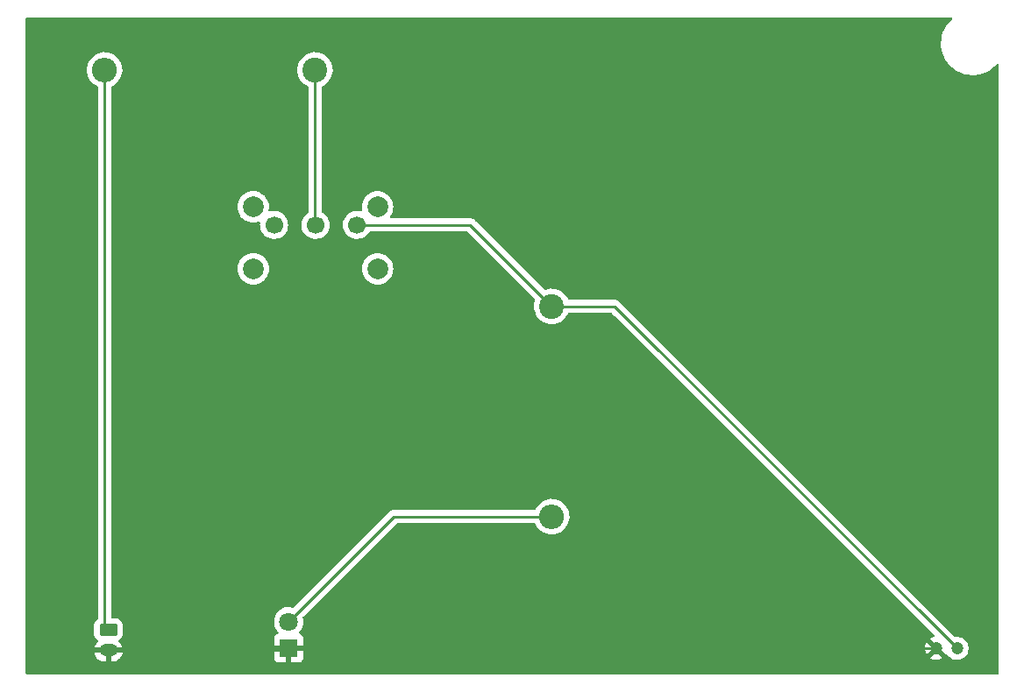
<source format=gbr>
%TF.GenerationSoftware,KiCad,Pcbnew,(6.0.11)*%
%TF.CreationDate,2023-02-16T14:22:11-08:00*%
%TF.ProjectId,Lab 4 Exercise 1,4c616220-3420-4457-9865-726369736520,rev?*%
%TF.SameCoordinates,Original*%
%TF.FileFunction,Copper,L1,Top*%
%TF.FilePolarity,Positive*%
%FSLAX46Y46*%
G04 Gerber Fmt 4.6, Leading zero omitted, Abs format (unit mm)*
G04 Created by KiCad (PCBNEW (6.0.11)) date 2023-02-16 14:22:11*
%MOMM*%
%LPD*%
G01*
G04 APERTURE LIST*
G04 Aperture macros list*
%AMRoundRect*
0 Rectangle with rounded corners*
0 $1 Rounding radius*
0 $2 $3 $4 $5 $6 $7 $8 $9 X,Y pos of 4 corners*
0 Add a 4 corners polygon primitive as box body*
4,1,4,$2,$3,$4,$5,$6,$7,$8,$9,$2,$3,0*
0 Add four circle primitives for the rounded corners*
1,1,$1+$1,$2,$3*
1,1,$1+$1,$4,$5*
1,1,$1+$1,$6,$7*
1,1,$1+$1,$8,$9*
0 Add four rect primitives between the rounded corners*
20,1,$1+$1,$2,$3,$4,$5,0*
20,1,$1+$1,$4,$5,$6,$7,0*
20,1,$1+$1,$6,$7,$8,$9,0*
20,1,$1+$1,$8,$9,$2,$3,0*%
G04 Aperture macros list end*
%TA.AperFunction,ComponentPad*%
%ADD10RoundRect,0.250000X-0.625000X0.350000X-0.625000X-0.350000X0.625000X-0.350000X0.625000X0.350000X0*%
%TD*%
%TA.AperFunction,ComponentPad*%
%ADD11O,1.750000X1.200000*%
%TD*%
%TA.AperFunction,ComponentPad*%
%ADD12R,1.800000X1.800000*%
%TD*%
%TA.AperFunction,ComponentPad*%
%ADD13C,1.800000*%
%TD*%
%TA.AperFunction,ComponentPad*%
%ADD14C,2.400000*%
%TD*%
%TA.AperFunction,ComponentPad*%
%ADD15O,2.400000X2.400000*%
%TD*%
%TA.AperFunction,ComponentPad*%
%ADD16C,1.200000*%
%TD*%
%TA.AperFunction,ComponentPad*%
%ADD17C,2.000000*%
%TD*%
%TA.AperFunction,ComponentPad*%
%ADD18C,1.700000*%
%TD*%
%TA.AperFunction,Conductor*%
%ADD19C,0.250000*%
%TD*%
G04 APERTURE END LIST*
D10*
%TO.P,V1,1,Pin_1*%
%TO.N,Net-(R2-Pad2)*%
X114660000Y-127765000D03*
D11*
%TO.P,V1,2,Pin_2*%
%TO.N,GND*%
X114660000Y-129765000D03*
%TD*%
D12*
%TO.P,D1,1,K*%
%TO.N,GND*%
X132080000Y-129540000D03*
D13*
%TO.P,D1,2,A*%
%TO.N,Net-(D1-Pad2)*%
X132080000Y-127000000D03*
%TD*%
D14*
%TO.P,R2,1*%
%TO.N,Net-(R2-Pad1)*%
X134620000Y-73660000D03*
D15*
%TO.P,R2,2*%
%TO.N,Net-(R2-Pad2)*%
X114300000Y-73660000D03*
%TD*%
D16*
%TO.P,C1,1*%
%TO.N,Net-(C1-Pad1)*%
X196620000Y-129580000D03*
%TO.P,C1,2*%
%TO.N,GND*%
X194620000Y-129580000D03*
%TD*%
D17*
%TO.P,SW1,*%
%TO.N,*%
X128662500Y-92897500D03*
X128662500Y-86897500D03*
X140662500Y-86897500D03*
X140662500Y-92897500D03*
D18*
%TO.P,SW1,1,A*%
%TO.N,unconnected-(SW1-Pad1)*%
X130662500Y-88647500D03*
%TO.P,SW1,2,B*%
%TO.N,Net-(R2-Pad1)*%
X134662500Y-88647500D03*
%TO.P,SW1,3,C*%
%TO.N,Net-(C1-Pad1)*%
X138662500Y-88647500D03*
%TD*%
D14*
%TO.P,R1,1*%
%TO.N,Net-(C1-Pad1)*%
X157480000Y-96520000D03*
D15*
%TO.P,R1,2*%
%TO.N,Net-(D1-Pad2)*%
X157480000Y-116840000D03*
%TD*%
D19*
%TO.N,Net-(C1-Pad1)*%
X163560000Y-96520000D02*
X196620000Y-129580000D01*
X149607500Y-88647500D02*
X157480000Y-96520000D01*
X138662500Y-88647500D02*
X149607500Y-88647500D01*
X157480000Y-96520000D02*
X163560000Y-96520000D01*
%TO.N,GND*%
X131855000Y-129765000D02*
X132080000Y-129540000D01*
X132080000Y-129540000D02*
X194580000Y-129540000D01*
X114660000Y-129765000D02*
X131855000Y-129765000D01*
X194580000Y-129540000D02*
X194620000Y-129580000D01*
%TO.N,Net-(D1-Pad2)*%
X142240000Y-116840000D02*
X132080000Y-127000000D01*
X157480000Y-116840000D02*
X142240000Y-116840000D01*
%TO.N,Net-(R2-Pad1)*%
X134662500Y-88857500D02*
X134662500Y-88647500D01*
X134620000Y-88900000D02*
X134662500Y-88857500D01*
X134620000Y-73660000D02*
X134620000Y-88900000D01*
%TO.N,Net-(R2-Pad2)*%
X114300000Y-127405000D02*
X114660000Y-127765000D01*
X114300000Y-73660000D02*
X114300000Y-127405000D01*
%TD*%
%TA.AperFunction,Conductor*%
%TO.N,GND*%
G36*
X196126129Y-68600002D02*
G01*
X196172622Y-68653658D01*
X196182726Y-68723932D01*
X196153232Y-68788512D01*
X196141006Y-68800801D01*
X195983716Y-68938498D01*
X195753860Y-69190223D01*
X195553495Y-69466001D01*
X195385121Y-69762394D01*
X195383734Y-69765629D01*
X195383732Y-69765634D01*
X195252219Y-70072477D01*
X195250834Y-70075709D01*
X195152309Y-70402040D01*
X195090773Y-70737320D01*
X195066995Y-71077369D01*
X195067890Y-71098727D01*
X195081269Y-71417950D01*
X195081804Y-71421408D01*
X195081805Y-71421415D01*
X195132881Y-71751344D01*
X195133419Y-71754817D01*
X195222794Y-72083772D01*
X195348280Y-72400714D01*
X195508314Y-72701693D01*
X195510299Y-72704592D01*
X195698909Y-72980051D01*
X195698914Y-72980057D01*
X195700900Y-72982958D01*
X195923638Y-73241002D01*
X196173751Y-73472610D01*
X196448124Y-73674895D01*
X196451161Y-73676649D01*
X196451165Y-73676651D01*
X196583056Y-73752798D01*
X196743334Y-73845335D01*
X196786345Y-73864126D01*
X197052482Y-73980399D01*
X197052492Y-73980403D01*
X197055704Y-73981806D01*
X197059061Y-73982845D01*
X197059066Y-73982847D01*
X197377979Y-74081567D01*
X197381339Y-74082607D01*
X197384795Y-74083266D01*
X197384794Y-74083266D01*
X197712730Y-74145823D01*
X197712735Y-74145824D01*
X197716181Y-74146481D01*
X197940197Y-74163718D01*
X198052559Y-74172364D01*
X198052560Y-74172364D01*
X198056056Y-74172633D01*
X198268407Y-74165218D01*
X198393214Y-74160860D01*
X198393219Y-74160860D01*
X198396729Y-74160737D01*
X198565340Y-74135839D01*
X198730473Y-74111454D01*
X198730478Y-74111453D01*
X198733952Y-74110940D01*
X198737344Y-74110044D01*
X198737348Y-74110043D01*
X199060132Y-74024760D01*
X199060133Y-74024760D01*
X199063523Y-74023864D01*
X199381333Y-73900593D01*
X199683422Y-73742665D01*
X199966024Y-73552047D01*
X200225617Y-73331116D01*
X200442150Y-73100532D01*
X200503363Y-73064567D01*
X200574303Y-73067405D01*
X200632447Y-73108145D01*
X200659335Y-73173853D01*
X200660000Y-73186785D01*
X200660000Y-131954000D01*
X200639998Y-132022121D01*
X200586342Y-132068614D01*
X200534000Y-132080000D01*
X106806000Y-132080000D01*
X106737879Y-132059998D01*
X106691386Y-132006342D01*
X106680000Y-131954000D01*
X106680000Y-130032399D01*
X113309712Y-130032399D01*
X113331194Y-130121537D01*
X113335083Y-130132832D01*
X113417629Y-130314382D01*
X113423576Y-130324724D01*
X113538968Y-130487397D01*
X113546761Y-130496425D01*
X113690831Y-130634342D01*
X113700196Y-130641738D01*
X113867741Y-130749921D01*
X113878345Y-130755417D01*
X114063312Y-130829961D01*
X114074770Y-130833355D01*
X114271928Y-130871857D01*
X114280791Y-130872934D01*
X114283500Y-130873000D01*
X114387885Y-130873000D01*
X114403124Y-130868525D01*
X114404329Y-130867135D01*
X114406000Y-130859452D01*
X114406000Y-130854885D01*
X114914000Y-130854885D01*
X114918475Y-130870124D01*
X114919865Y-130871329D01*
X114927548Y-130873000D01*
X114984832Y-130873000D01*
X114990808Y-130872715D01*
X115139494Y-130858529D01*
X115151228Y-130856270D01*
X115342599Y-130800128D01*
X115353675Y-130795698D01*
X115530978Y-130704381D01*
X115541024Y-130697931D01*
X115697857Y-130574738D01*
X115706506Y-130566501D01*
X115777517Y-130484669D01*
X130672001Y-130484669D01*
X130672371Y-130491490D01*
X130677895Y-130542352D01*
X130681521Y-130557604D01*
X130726676Y-130678054D01*
X130735214Y-130693649D01*
X130811715Y-130795724D01*
X130824276Y-130808285D01*
X130926351Y-130884786D01*
X130941946Y-130893324D01*
X131062394Y-130938478D01*
X131077649Y-130942105D01*
X131128514Y-130947631D01*
X131135328Y-130948000D01*
X131807885Y-130948000D01*
X131823124Y-130943525D01*
X131824329Y-130942135D01*
X131826000Y-130934452D01*
X131826000Y-130929884D01*
X132334000Y-130929884D01*
X132338475Y-130945123D01*
X132339865Y-130946328D01*
X132347548Y-130947999D01*
X133024669Y-130947999D01*
X133031490Y-130947629D01*
X133082352Y-130942105D01*
X133097604Y-130938479D01*
X133218054Y-130893324D01*
X133233649Y-130884786D01*
X133335724Y-130808285D01*
X133348285Y-130795724D01*
X133424786Y-130693649D01*
X133433324Y-130678054D01*
X133478478Y-130557606D01*
X133482105Y-130542351D01*
X133484393Y-130521294D01*
X194043066Y-130521294D01*
X194052948Y-130533783D01*
X194084239Y-130554691D01*
X194094349Y-130560181D01*
X194270835Y-130636005D01*
X194281778Y-130639560D01*
X194469120Y-130681952D01*
X194480530Y-130683454D01*
X194672469Y-130690995D01*
X194683951Y-130690393D01*
X194874045Y-130662832D01*
X194885240Y-130660144D01*
X195067131Y-130598400D01*
X195077628Y-130593726D01*
X195188032Y-130531898D01*
X195197895Y-130521821D01*
X195194940Y-130514151D01*
X194632811Y-129952021D01*
X194618868Y-129944408D01*
X194617034Y-129944539D01*
X194610420Y-129948790D01*
X194049259Y-130509952D01*
X194043066Y-130521294D01*
X133484393Y-130521294D01*
X133487631Y-130491486D01*
X133488000Y-130484672D01*
X133488000Y-129812115D01*
X133483525Y-129796876D01*
X133482135Y-129795671D01*
X133474452Y-129794000D01*
X132352115Y-129794000D01*
X132336876Y-129798475D01*
X132335671Y-129799865D01*
X132334000Y-129807548D01*
X132334000Y-130929884D01*
X131826000Y-130929884D01*
X131826000Y-129812115D01*
X131821525Y-129796876D01*
X131820135Y-129795671D01*
X131812452Y-129794000D01*
X130690116Y-129794000D01*
X130674877Y-129798475D01*
X130673672Y-129799865D01*
X130672001Y-129807548D01*
X130672001Y-130484669D01*
X115777517Y-130484669D01*
X115837212Y-130415877D01*
X115844147Y-130406153D01*
X115944010Y-130233533D01*
X115948984Y-130222669D01*
X116014407Y-130034273D01*
X116014648Y-130033284D01*
X116013180Y-130022992D01*
X115999615Y-130019000D01*
X114932115Y-130019000D01*
X114916876Y-130023475D01*
X114915671Y-130024865D01*
X114914000Y-130032548D01*
X114914000Y-130854885D01*
X114406000Y-130854885D01*
X114406000Y-130037115D01*
X114401525Y-130021876D01*
X114400135Y-130020671D01*
X114392452Y-130019000D01*
X113324598Y-130019000D01*
X113311067Y-130022973D01*
X113309712Y-130032399D01*
X106680000Y-130032399D01*
X106680000Y-129556638D01*
X193508012Y-129556638D01*
X193520575Y-129748304D01*
X193522376Y-129759674D01*
X193569657Y-129945843D01*
X193573498Y-129956690D01*
X193653916Y-130131130D01*
X193659664Y-130141086D01*
X193665788Y-130149751D01*
X193676377Y-130158140D01*
X193689676Y-130151113D01*
X194247979Y-129592811D01*
X194255592Y-129578868D01*
X194255461Y-129577034D01*
X194251210Y-129570420D01*
X193688538Y-129007749D01*
X193676163Y-129000992D01*
X193670197Y-129005458D01*
X193594645Y-129149058D01*
X193590242Y-129159691D01*
X193533281Y-129343132D01*
X193530891Y-129354376D01*
X193508313Y-129545137D01*
X193508012Y-129556638D01*
X106680000Y-129556638D01*
X106680000Y-73615151D01*
X112587296Y-73615151D01*
X112599480Y-73868798D01*
X112621679Y-73980399D01*
X112647467Y-74110043D01*
X112649021Y-74117857D01*
X112650600Y-74122255D01*
X112650602Y-74122262D01*
X112695022Y-74245980D01*
X112734831Y-74356858D01*
X112855025Y-74580551D01*
X112857820Y-74584294D01*
X112857822Y-74584297D01*
X113004171Y-74780282D01*
X113004176Y-74780288D01*
X113006963Y-74784020D01*
X113010272Y-74787300D01*
X113010277Y-74787306D01*
X113108859Y-74885031D01*
X113187307Y-74962797D01*
X113191069Y-74965555D01*
X113191072Y-74965558D01*
X113296764Y-75043054D01*
X113392094Y-75112953D01*
X113396231Y-75115129D01*
X113396238Y-75115134D01*
X113599167Y-75221900D01*
X113650140Y-75271319D01*
X113666500Y-75333408D01*
X113666500Y-126680819D01*
X113646498Y-126748940D01*
X113606804Y-126787962D01*
X113560652Y-126816522D01*
X113435695Y-126941697D01*
X113431855Y-126947927D01*
X113431854Y-126947928D01*
X113357199Y-127069041D01*
X113342885Y-127092262D01*
X113287203Y-127260139D01*
X113276500Y-127364600D01*
X113276500Y-128165400D01*
X113276837Y-128168646D01*
X113276837Y-128168650D01*
X113281542Y-128213991D01*
X113287474Y-128271166D01*
X113343450Y-128438946D01*
X113436522Y-128589348D01*
X113561697Y-128714305D01*
X113567929Y-128718147D01*
X113567931Y-128718148D01*
X113613690Y-128746355D01*
X113661183Y-128799127D01*
X113672605Y-128869199D01*
X113644331Y-128934323D01*
X113625403Y-128952702D01*
X113622144Y-128955262D01*
X113613494Y-128963499D01*
X113482788Y-129114123D01*
X113475853Y-129123847D01*
X113375990Y-129296467D01*
X113371016Y-129307331D01*
X113305593Y-129495727D01*
X113305352Y-129496716D01*
X113306820Y-129507008D01*
X113320385Y-129511000D01*
X115995402Y-129511000D01*
X116008933Y-129507027D01*
X116010288Y-129497601D01*
X115988806Y-129408463D01*
X115984917Y-129397168D01*
X115902371Y-129215618D01*
X115896424Y-129205276D01*
X115781032Y-129042603D01*
X115773239Y-129033575D01*
X115682243Y-128946465D01*
X115646867Y-128884910D01*
X115650386Y-128814000D01*
X115691683Y-128756250D01*
X115703053Y-128748315D01*
X115759348Y-128713478D01*
X115884305Y-128588303D01*
X115888146Y-128582072D01*
X115973275Y-128443968D01*
X115973276Y-128443966D01*
X115977115Y-128437738D01*
X116032797Y-128269861D01*
X116043500Y-128165400D01*
X116043500Y-127364600D01*
X116037173Y-127303617D01*
X116033238Y-127265692D01*
X116033237Y-127265688D01*
X116032526Y-127258834D01*
X116011796Y-127196697D01*
X115978868Y-127098002D01*
X115976550Y-127091054D01*
X115898835Y-126965469D01*
X130667095Y-126965469D01*
X130667392Y-126970622D01*
X130667392Y-126970625D01*
X130674806Y-127099209D01*
X130680427Y-127196697D01*
X130681564Y-127201743D01*
X130681565Y-127201749D01*
X130713741Y-127344523D01*
X130731346Y-127422642D01*
X130733288Y-127427424D01*
X130733289Y-127427428D01*
X130816540Y-127632450D01*
X130818484Y-127637237D01*
X130939501Y-127834719D01*
X130942882Y-127838622D01*
X131051653Y-127964191D01*
X131081135Y-128028776D01*
X131071020Y-128099049D01*
X131024519Y-128152697D01*
X131000646Y-128164670D01*
X130941944Y-128186677D01*
X130926351Y-128195214D01*
X130824276Y-128271715D01*
X130811715Y-128284276D01*
X130735214Y-128386351D01*
X130726676Y-128401946D01*
X130681522Y-128522394D01*
X130677895Y-128537649D01*
X130672369Y-128588514D01*
X130672000Y-128595328D01*
X130672000Y-129267885D01*
X130676475Y-129283124D01*
X130677865Y-129284329D01*
X130685548Y-129286000D01*
X133469884Y-129286000D01*
X133485123Y-129281525D01*
X133486328Y-129280135D01*
X133487999Y-129272452D01*
X133487999Y-128595331D01*
X133487629Y-128588510D01*
X133482105Y-128537648D01*
X133478479Y-128522396D01*
X133433324Y-128401946D01*
X133424786Y-128386351D01*
X133348285Y-128284276D01*
X133335724Y-128271715D01*
X133233649Y-128195214D01*
X133218052Y-128186675D01*
X133159415Y-128164693D01*
X133102650Y-128122052D01*
X133077950Y-128055490D01*
X133093157Y-127986141D01*
X133114703Y-127957461D01*
X133152641Y-127919654D01*
X133156303Y-127916005D01*
X133291458Y-127727917D01*
X133338641Y-127632450D01*
X133391784Y-127524922D01*
X133391785Y-127524920D01*
X133394078Y-127520280D01*
X133461408Y-127298671D01*
X133491640Y-127069041D01*
X133493327Y-127000000D01*
X133474349Y-126769167D01*
X133438026Y-126624560D01*
X133440830Y-126553618D01*
X133471135Y-126504769D01*
X142465500Y-117510405D01*
X142527812Y-117476379D01*
X142554595Y-117473500D01*
X155805453Y-117473500D01*
X155873574Y-117493502D01*
X155916445Y-117539862D01*
X156035025Y-117760551D01*
X156037820Y-117764294D01*
X156037822Y-117764297D01*
X156184171Y-117960282D01*
X156184176Y-117960288D01*
X156186963Y-117964020D01*
X156190272Y-117967300D01*
X156190277Y-117967306D01*
X156288859Y-118065031D01*
X156367307Y-118142797D01*
X156371069Y-118145555D01*
X156371072Y-118145558D01*
X156476764Y-118223054D01*
X156572094Y-118292953D01*
X156576229Y-118295129D01*
X156576233Y-118295131D01*
X156694289Y-118357243D01*
X156796827Y-118411191D01*
X157036568Y-118494912D01*
X157286050Y-118542278D01*
X157406532Y-118547011D01*
X157535125Y-118552064D01*
X157535130Y-118552064D01*
X157539793Y-118552247D01*
X157638774Y-118541407D01*
X157787569Y-118525112D01*
X157787575Y-118525111D01*
X157792222Y-118524602D01*
X157901680Y-118495784D01*
X158033273Y-118461138D01*
X158037793Y-118459948D01*
X158156353Y-118409011D01*
X158266807Y-118361557D01*
X158266810Y-118361555D01*
X158271110Y-118359708D01*
X158275090Y-118357245D01*
X158275094Y-118357243D01*
X158483064Y-118228547D01*
X158483066Y-118228545D01*
X158487047Y-118226082D01*
X158585428Y-118142797D01*
X158677289Y-118065031D01*
X158677291Y-118065029D01*
X158680862Y-118062006D01*
X158848295Y-117871084D01*
X158985669Y-117657512D01*
X159089967Y-117425980D01*
X159158896Y-117181575D01*
X159190943Y-116929667D01*
X159193291Y-116840000D01*
X159174472Y-116586759D01*
X159118428Y-116339082D01*
X159116735Y-116334728D01*
X159028084Y-116106762D01*
X159028083Y-116106760D01*
X159026391Y-116102409D01*
X159005866Y-116066498D01*
X158902702Y-115885997D01*
X158902700Y-115885995D01*
X158900383Y-115881940D01*
X158743171Y-115682517D01*
X158558209Y-115508523D01*
X158514483Y-115478189D01*
X158353393Y-115366437D01*
X158353390Y-115366435D01*
X158349561Y-115363779D01*
X158345384Y-115361719D01*
X158345377Y-115361715D01*
X158125996Y-115253528D01*
X158125992Y-115253527D01*
X158121810Y-115251464D01*
X157879960Y-115174047D01*
X157875355Y-115173297D01*
X157633935Y-115133980D01*
X157633934Y-115133980D01*
X157629323Y-115133229D01*
X157502364Y-115131567D01*
X157380083Y-115129966D01*
X157380080Y-115129966D01*
X157375406Y-115129905D01*
X157123787Y-115164149D01*
X156879993Y-115235208D01*
X156649380Y-115341522D01*
X156645471Y-115344085D01*
X156440928Y-115478189D01*
X156440923Y-115478193D01*
X156437015Y-115480755D01*
X156247562Y-115649848D01*
X156085183Y-115845087D01*
X155953447Y-116062182D01*
X155951638Y-116066496D01*
X155951637Y-116066498D01*
X155925333Y-116129226D01*
X155880544Y-116184312D01*
X155809136Y-116206500D01*
X142318767Y-116206500D01*
X142307584Y-116205973D01*
X142300091Y-116204298D01*
X142292165Y-116204547D01*
X142292164Y-116204547D01*
X142232001Y-116206438D01*
X142228043Y-116206500D01*
X142200144Y-116206500D01*
X142196154Y-116207004D01*
X142184320Y-116207936D01*
X142140111Y-116209326D01*
X142132497Y-116211538D01*
X142132492Y-116211539D01*
X142120659Y-116214977D01*
X142101296Y-116218988D01*
X142081203Y-116221526D01*
X142073836Y-116224443D01*
X142073831Y-116224444D01*
X142040092Y-116237802D01*
X142028865Y-116241646D01*
X141986407Y-116253982D01*
X141979581Y-116258019D01*
X141968972Y-116264293D01*
X141951224Y-116272988D01*
X141932383Y-116280448D01*
X141925967Y-116285110D01*
X141925966Y-116285110D01*
X141896613Y-116306436D01*
X141886693Y-116312952D01*
X141855465Y-116331420D01*
X141855462Y-116331422D01*
X141848638Y-116335458D01*
X141834317Y-116349779D01*
X141819284Y-116362619D01*
X141802893Y-116374528D01*
X141797842Y-116380634D01*
X141774702Y-116408605D01*
X141766712Y-116417384D01*
X132578112Y-125605983D01*
X132515800Y-125640009D01*
X132451087Y-125635924D01*
X132450906Y-125636610D01*
X132447437Y-125635694D01*
X132446967Y-125635664D01*
X132445914Y-125635291D01*
X132445900Y-125635287D01*
X132441028Y-125633562D01*
X132435935Y-125632655D01*
X132435932Y-125632654D01*
X132218095Y-125593851D01*
X132218089Y-125593850D01*
X132213006Y-125592945D01*
X132140096Y-125592054D01*
X131986581Y-125590179D01*
X131986579Y-125590179D01*
X131981411Y-125590116D01*
X131752464Y-125625150D01*
X131532314Y-125697106D01*
X131527726Y-125699494D01*
X131527722Y-125699496D01*
X131331461Y-125801663D01*
X131326872Y-125804052D01*
X131322739Y-125807155D01*
X131322736Y-125807157D01*
X131145790Y-125940012D01*
X131141655Y-125943117D01*
X130981639Y-126110564D01*
X130851119Y-126301899D01*
X130753602Y-126511981D01*
X130691707Y-126735169D01*
X130667095Y-126965469D01*
X115898835Y-126965469D01*
X115883478Y-126940652D01*
X115758303Y-126815695D01*
X115635992Y-126740301D01*
X115613968Y-126726725D01*
X115613966Y-126726724D01*
X115607738Y-126722885D01*
X115527995Y-126696436D01*
X115446389Y-126669368D01*
X115446387Y-126669368D01*
X115439861Y-126667203D01*
X115433025Y-126666503D01*
X115433022Y-126666502D01*
X115389969Y-126662091D01*
X115335400Y-126656500D01*
X115059500Y-126656500D01*
X114991379Y-126636498D01*
X114944886Y-126582842D01*
X114933500Y-126530500D01*
X114933500Y-92897500D01*
X127149335Y-92897500D01*
X127167965Y-93134211D01*
X127223395Y-93365094D01*
X127314260Y-93584463D01*
X127316846Y-93588683D01*
X127435741Y-93782702D01*
X127435745Y-93782708D01*
X127438324Y-93786916D01*
X127592531Y-93967469D01*
X127773084Y-94121676D01*
X127777292Y-94124255D01*
X127777298Y-94124259D01*
X127971317Y-94243154D01*
X127975537Y-94245740D01*
X127980107Y-94247633D01*
X127980111Y-94247635D01*
X128190333Y-94334711D01*
X128194906Y-94336605D01*
X128275109Y-94355860D01*
X128420976Y-94390880D01*
X128420982Y-94390881D01*
X128425789Y-94392035D01*
X128662500Y-94410665D01*
X128899211Y-94392035D01*
X128904018Y-94390881D01*
X128904024Y-94390880D01*
X129049891Y-94355860D01*
X129130094Y-94336605D01*
X129134667Y-94334711D01*
X129344889Y-94247635D01*
X129344893Y-94247633D01*
X129349463Y-94245740D01*
X129353683Y-94243154D01*
X129547702Y-94124259D01*
X129547708Y-94124255D01*
X129551916Y-94121676D01*
X129732469Y-93967469D01*
X129886676Y-93786916D01*
X129889255Y-93782708D01*
X129889259Y-93782702D01*
X130008154Y-93588683D01*
X130010740Y-93584463D01*
X130101605Y-93365094D01*
X130157035Y-93134211D01*
X130175665Y-92897500D01*
X139149335Y-92897500D01*
X139167965Y-93134211D01*
X139223395Y-93365094D01*
X139314260Y-93584463D01*
X139316846Y-93588683D01*
X139435741Y-93782702D01*
X139435745Y-93782708D01*
X139438324Y-93786916D01*
X139592531Y-93967469D01*
X139773084Y-94121676D01*
X139777292Y-94124255D01*
X139777298Y-94124259D01*
X139971317Y-94243154D01*
X139975537Y-94245740D01*
X139980107Y-94247633D01*
X139980111Y-94247635D01*
X140190333Y-94334711D01*
X140194906Y-94336605D01*
X140275109Y-94355860D01*
X140420976Y-94390880D01*
X140420982Y-94390881D01*
X140425789Y-94392035D01*
X140662500Y-94410665D01*
X140899211Y-94392035D01*
X140904018Y-94390881D01*
X140904024Y-94390880D01*
X141049891Y-94355860D01*
X141130094Y-94336605D01*
X141134667Y-94334711D01*
X141344889Y-94247635D01*
X141344893Y-94247633D01*
X141349463Y-94245740D01*
X141353683Y-94243154D01*
X141547702Y-94124259D01*
X141547708Y-94124255D01*
X141551916Y-94121676D01*
X141732469Y-93967469D01*
X141886676Y-93786916D01*
X141889255Y-93782708D01*
X141889259Y-93782702D01*
X142008154Y-93588683D01*
X142010740Y-93584463D01*
X142101605Y-93365094D01*
X142157035Y-93134211D01*
X142175665Y-92897500D01*
X142157035Y-92660789D01*
X142101605Y-92429906D01*
X142010740Y-92210537D01*
X142008154Y-92206317D01*
X141889259Y-92012298D01*
X141889255Y-92012292D01*
X141886676Y-92008084D01*
X141732469Y-91827531D01*
X141551916Y-91673324D01*
X141547708Y-91670745D01*
X141547702Y-91670741D01*
X141353683Y-91551846D01*
X141349463Y-91549260D01*
X141344893Y-91547367D01*
X141344889Y-91547365D01*
X141134667Y-91460289D01*
X141134665Y-91460288D01*
X141130094Y-91458395D01*
X141049891Y-91439140D01*
X140904024Y-91404120D01*
X140904018Y-91404119D01*
X140899211Y-91402965D01*
X140662500Y-91384335D01*
X140425789Y-91402965D01*
X140420982Y-91404119D01*
X140420976Y-91404120D01*
X140275109Y-91439140D01*
X140194906Y-91458395D01*
X140190335Y-91460288D01*
X140190333Y-91460289D01*
X139980111Y-91547365D01*
X139980107Y-91547367D01*
X139975537Y-91549260D01*
X139971317Y-91551846D01*
X139777298Y-91670741D01*
X139777292Y-91670745D01*
X139773084Y-91673324D01*
X139592531Y-91827531D01*
X139438324Y-92008084D01*
X139435745Y-92012292D01*
X139435741Y-92012298D01*
X139316846Y-92206317D01*
X139314260Y-92210537D01*
X139223395Y-92429906D01*
X139167965Y-92660789D01*
X139149335Y-92897500D01*
X130175665Y-92897500D01*
X130157035Y-92660789D01*
X130101605Y-92429906D01*
X130010740Y-92210537D01*
X130008154Y-92206317D01*
X129889259Y-92012298D01*
X129889255Y-92012292D01*
X129886676Y-92008084D01*
X129732469Y-91827531D01*
X129551916Y-91673324D01*
X129547708Y-91670745D01*
X129547702Y-91670741D01*
X129353683Y-91551846D01*
X129349463Y-91549260D01*
X129344893Y-91547367D01*
X129344889Y-91547365D01*
X129134667Y-91460289D01*
X129134665Y-91460288D01*
X129130094Y-91458395D01*
X129049891Y-91439140D01*
X128904024Y-91404120D01*
X128904018Y-91404119D01*
X128899211Y-91402965D01*
X128662500Y-91384335D01*
X128425789Y-91402965D01*
X128420982Y-91404119D01*
X128420976Y-91404120D01*
X128275109Y-91439140D01*
X128194906Y-91458395D01*
X128190335Y-91460288D01*
X128190333Y-91460289D01*
X127980111Y-91547365D01*
X127980107Y-91547367D01*
X127975537Y-91549260D01*
X127971317Y-91551846D01*
X127777298Y-91670741D01*
X127777292Y-91670745D01*
X127773084Y-91673324D01*
X127592531Y-91827531D01*
X127438324Y-92008084D01*
X127435745Y-92012292D01*
X127435741Y-92012298D01*
X127316846Y-92206317D01*
X127314260Y-92210537D01*
X127223395Y-92429906D01*
X127167965Y-92660789D01*
X127149335Y-92897500D01*
X114933500Y-92897500D01*
X114933500Y-86897500D01*
X127149335Y-86897500D01*
X127167965Y-87134211D01*
X127169119Y-87139018D01*
X127169120Y-87139024D01*
X127196685Y-87253839D01*
X127223395Y-87365094D01*
X127225288Y-87369665D01*
X127225289Y-87369667D01*
X127285612Y-87515299D01*
X127314260Y-87584463D01*
X127316846Y-87588683D01*
X127435741Y-87782702D01*
X127435745Y-87782708D01*
X127438324Y-87786916D01*
X127592531Y-87967469D01*
X127596287Y-87970677D01*
X127605886Y-87978875D01*
X127773084Y-88121676D01*
X127777292Y-88124255D01*
X127777298Y-88124259D01*
X127914281Y-88208202D01*
X127975537Y-88245740D01*
X127980107Y-88247633D01*
X127980111Y-88247635D01*
X128182405Y-88331427D01*
X128194906Y-88336605D01*
X128274109Y-88355620D01*
X128420976Y-88390880D01*
X128420982Y-88390881D01*
X128425789Y-88392035D01*
X128662500Y-88410665D01*
X128899211Y-88392035D01*
X128904018Y-88390881D01*
X128904024Y-88390880D01*
X129050891Y-88355620D01*
X129130094Y-88336605D01*
X129142595Y-88331427D01*
X129213185Y-88323839D01*
X129276671Y-88355620D01*
X129312898Y-88416679D01*
X129316098Y-88461226D01*
X129299751Y-88614195D01*
X129300048Y-88619348D01*
X129300048Y-88619351D01*
X129305511Y-88714090D01*
X129312610Y-88837215D01*
X129313747Y-88842261D01*
X129313748Y-88842267D01*
X129333619Y-88930439D01*
X129361722Y-89055139D01*
X129445766Y-89262116D01*
X129562487Y-89452588D01*
X129708750Y-89621438D01*
X129880626Y-89764132D01*
X130073500Y-89876838D01*
X130282192Y-89956530D01*
X130287260Y-89957561D01*
X130287263Y-89957562D01*
X130394517Y-89979383D01*
X130501097Y-90001067D01*
X130506272Y-90001257D01*
X130506274Y-90001257D01*
X130719173Y-90009064D01*
X130719177Y-90009064D01*
X130724337Y-90009253D01*
X130729457Y-90008597D01*
X130729459Y-90008597D01*
X130940788Y-89981525D01*
X130940789Y-89981525D01*
X130945916Y-89980868D01*
X130950866Y-89979383D01*
X131154929Y-89918161D01*
X131154934Y-89918159D01*
X131159884Y-89916674D01*
X131360494Y-89818396D01*
X131542360Y-89688673D01*
X131700596Y-89530989D01*
X131760094Y-89448189D01*
X131827935Y-89353777D01*
X131830953Y-89349577D01*
X131834645Y-89342108D01*
X131927636Y-89153953D01*
X131927637Y-89153951D01*
X131929930Y-89149311D01*
X131994870Y-88935569D01*
X132024029Y-88714090D01*
X132025656Y-88647500D01*
X132007352Y-88424861D01*
X131952931Y-88208202D01*
X131863854Y-88003340D01*
X131823099Y-87940342D01*
X131745322Y-87820117D01*
X131745320Y-87820114D01*
X131742514Y-87815777D01*
X131592170Y-87650551D01*
X131588119Y-87647352D01*
X131588115Y-87647348D01*
X131420914Y-87515300D01*
X131420910Y-87515298D01*
X131416859Y-87512098D01*
X131412329Y-87509597D01*
X131253499Y-87421919D01*
X131221289Y-87404138D01*
X131216420Y-87402414D01*
X131216416Y-87402412D01*
X131015587Y-87331295D01*
X131015583Y-87331294D01*
X131010712Y-87329569D01*
X131005619Y-87328662D01*
X131005616Y-87328661D01*
X130795873Y-87291300D01*
X130795867Y-87291299D01*
X130790784Y-87290394D01*
X130716952Y-87289492D01*
X130572581Y-87287728D01*
X130572579Y-87287728D01*
X130567411Y-87287665D01*
X130346591Y-87321455D01*
X130316486Y-87331295D01*
X130306407Y-87334589D01*
X130235443Y-87336740D01*
X130174581Y-87300184D01*
X130143145Y-87236526D01*
X130144744Y-87185409D01*
X130155878Y-87139033D01*
X130155879Y-87139025D01*
X130157035Y-87134211D01*
X130175665Y-86897500D01*
X130157035Y-86660789D01*
X130101605Y-86429906D01*
X130010740Y-86210537D01*
X130008154Y-86206317D01*
X129889259Y-86012298D01*
X129889255Y-86012292D01*
X129886676Y-86008084D01*
X129732469Y-85827531D01*
X129551916Y-85673324D01*
X129547708Y-85670745D01*
X129547702Y-85670741D01*
X129353683Y-85551846D01*
X129349463Y-85549260D01*
X129344893Y-85547367D01*
X129344889Y-85547365D01*
X129134667Y-85460289D01*
X129134665Y-85460288D01*
X129130094Y-85458395D01*
X129049891Y-85439140D01*
X128904024Y-85404120D01*
X128904018Y-85404119D01*
X128899211Y-85402965D01*
X128662500Y-85384335D01*
X128425789Y-85402965D01*
X128420982Y-85404119D01*
X128420976Y-85404120D01*
X128275109Y-85439140D01*
X128194906Y-85458395D01*
X128190335Y-85460288D01*
X128190333Y-85460289D01*
X127980111Y-85547365D01*
X127980107Y-85547367D01*
X127975537Y-85549260D01*
X127971317Y-85551846D01*
X127777298Y-85670741D01*
X127777292Y-85670745D01*
X127773084Y-85673324D01*
X127592531Y-85827531D01*
X127438324Y-86008084D01*
X127435745Y-86012292D01*
X127435741Y-86012298D01*
X127316846Y-86206317D01*
X127314260Y-86210537D01*
X127223395Y-86429906D01*
X127167965Y-86660789D01*
X127149335Y-86897500D01*
X114933500Y-86897500D01*
X114933500Y-75330425D01*
X114953502Y-75262304D01*
X115009763Y-75214657D01*
X115091110Y-75179708D01*
X115095090Y-75177245D01*
X115095094Y-75177243D01*
X115303064Y-75048547D01*
X115303066Y-75048545D01*
X115307047Y-75046082D01*
X115405428Y-74962797D01*
X115497289Y-74885031D01*
X115497291Y-74885029D01*
X115500862Y-74882006D01*
X115668295Y-74691084D01*
X115805669Y-74477512D01*
X115909967Y-74245980D01*
X115978896Y-74001575D01*
X115996382Y-73864126D01*
X116010545Y-73752798D01*
X116010545Y-73752792D01*
X116010943Y-73749667D01*
X116011127Y-73742665D01*
X116013208Y-73663160D01*
X116013291Y-73660000D01*
X116009958Y-73615151D01*
X132907296Y-73615151D01*
X132919480Y-73868798D01*
X132941679Y-73980399D01*
X132967467Y-74110043D01*
X132969021Y-74117857D01*
X132970600Y-74122255D01*
X132970602Y-74122262D01*
X133015022Y-74245980D01*
X133054831Y-74356858D01*
X133175025Y-74580551D01*
X133177820Y-74584294D01*
X133177822Y-74584297D01*
X133324171Y-74780282D01*
X133324176Y-74780288D01*
X133326963Y-74784020D01*
X133330272Y-74787300D01*
X133330277Y-74787306D01*
X133428859Y-74885031D01*
X133507307Y-74962797D01*
X133511069Y-74965555D01*
X133511072Y-74965558D01*
X133616764Y-75043054D01*
X133712094Y-75112953D01*
X133716231Y-75115129D01*
X133716238Y-75115134D01*
X133919167Y-75221900D01*
X133970140Y-75271319D01*
X133986500Y-75333408D01*
X133986500Y-87393218D01*
X133966498Y-87461339D01*
X133935014Y-87492551D01*
X133936107Y-87494007D01*
X133815631Y-87584463D01*
X133757465Y-87628135D01*
X133603129Y-87789638D01*
X133477243Y-87974180D01*
X133438511Y-88057621D01*
X133401971Y-88136341D01*
X133383188Y-88176805D01*
X133323489Y-88392070D01*
X133299751Y-88614195D01*
X133300048Y-88619348D01*
X133300048Y-88619351D01*
X133305511Y-88714090D01*
X133312610Y-88837215D01*
X133313747Y-88842261D01*
X133313748Y-88842267D01*
X133333619Y-88930439D01*
X133361722Y-89055139D01*
X133445766Y-89262116D01*
X133562487Y-89452588D01*
X133708750Y-89621438D01*
X133880626Y-89764132D01*
X134073500Y-89876838D01*
X134282192Y-89956530D01*
X134287260Y-89957561D01*
X134287263Y-89957562D01*
X134394517Y-89979383D01*
X134501097Y-90001067D01*
X134506272Y-90001257D01*
X134506274Y-90001257D01*
X134719173Y-90009064D01*
X134719177Y-90009064D01*
X134724337Y-90009253D01*
X134729457Y-90008597D01*
X134729459Y-90008597D01*
X134940788Y-89981525D01*
X134940789Y-89981525D01*
X134945916Y-89980868D01*
X134950866Y-89979383D01*
X135154929Y-89918161D01*
X135154934Y-89918159D01*
X135159884Y-89916674D01*
X135360494Y-89818396D01*
X135542360Y-89688673D01*
X135700596Y-89530989D01*
X135760094Y-89448189D01*
X135827935Y-89353777D01*
X135830953Y-89349577D01*
X135834645Y-89342108D01*
X135927636Y-89153953D01*
X135927637Y-89153951D01*
X135929930Y-89149311D01*
X135994870Y-88935569D01*
X136024029Y-88714090D01*
X136025656Y-88647500D01*
X136022918Y-88614195D01*
X137299751Y-88614195D01*
X137300048Y-88619348D01*
X137300048Y-88619351D01*
X137305511Y-88714090D01*
X137312610Y-88837215D01*
X137313747Y-88842261D01*
X137313748Y-88842267D01*
X137333619Y-88930439D01*
X137361722Y-89055139D01*
X137445766Y-89262116D01*
X137562487Y-89452588D01*
X137708750Y-89621438D01*
X137880626Y-89764132D01*
X138073500Y-89876838D01*
X138282192Y-89956530D01*
X138287260Y-89957561D01*
X138287263Y-89957562D01*
X138394517Y-89979383D01*
X138501097Y-90001067D01*
X138506272Y-90001257D01*
X138506274Y-90001257D01*
X138719173Y-90009064D01*
X138719177Y-90009064D01*
X138724337Y-90009253D01*
X138729457Y-90008597D01*
X138729459Y-90008597D01*
X138940788Y-89981525D01*
X138940789Y-89981525D01*
X138945916Y-89980868D01*
X138950866Y-89979383D01*
X139154929Y-89918161D01*
X139154934Y-89918159D01*
X139159884Y-89916674D01*
X139360494Y-89818396D01*
X139542360Y-89688673D01*
X139700596Y-89530989D01*
X139760094Y-89448189D01*
X139827935Y-89353777D01*
X139830953Y-89349577D01*
X139833246Y-89344937D01*
X139834946Y-89342108D01*
X139887174Y-89294018D01*
X139942951Y-89281000D01*
X149292906Y-89281000D01*
X149361027Y-89301002D01*
X149382001Y-89317905D01*
X155850154Y-95786058D01*
X155884180Y-95848370D01*
X155877256Y-95923877D01*
X155855246Y-95976365D01*
X155854095Y-95980897D01*
X155854094Y-95980900D01*
X155832731Y-96065016D01*
X155792738Y-96222490D01*
X155767296Y-96475151D01*
X155779480Y-96728798D01*
X155829021Y-96977857D01*
X155830600Y-96982255D01*
X155830602Y-96982262D01*
X155892083Y-97153500D01*
X155914831Y-97216858D01*
X156035025Y-97440551D01*
X156037820Y-97444294D01*
X156037822Y-97444297D01*
X156184171Y-97640282D01*
X156184176Y-97640288D01*
X156186963Y-97644020D01*
X156190272Y-97647300D01*
X156190277Y-97647306D01*
X156288859Y-97745031D01*
X156367307Y-97822797D01*
X156371069Y-97825555D01*
X156371072Y-97825558D01*
X156476764Y-97903054D01*
X156572094Y-97972953D01*
X156576229Y-97975129D01*
X156576233Y-97975131D01*
X156694289Y-98037243D01*
X156796827Y-98091191D01*
X157036568Y-98174912D01*
X157286050Y-98222278D01*
X157406532Y-98227011D01*
X157535125Y-98232064D01*
X157535130Y-98232064D01*
X157539793Y-98232247D01*
X157638774Y-98221407D01*
X157787569Y-98205112D01*
X157787575Y-98205111D01*
X157792222Y-98204602D01*
X157901680Y-98175784D01*
X158033273Y-98141138D01*
X158037793Y-98139948D01*
X158156353Y-98089011D01*
X158266807Y-98041557D01*
X158266810Y-98041555D01*
X158271110Y-98039708D01*
X158275090Y-98037245D01*
X158275094Y-98037243D01*
X158483064Y-97908547D01*
X158483066Y-97908545D01*
X158487047Y-97906082D01*
X158585428Y-97822797D01*
X158677289Y-97745031D01*
X158677291Y-97745029D01*
X158680862Y-97742006D01*
X158848295Y-97551084D01*
X158985669Y-97337512D01*
X159035114Y-97227749D01*
X159081330Y-97173855D01*
X159149996Y-97153500D01*
X163245406Y-97153500D01*
X163313527Y-97173502D01*
X163334501Y-97190405D01*
X194430677Y-128286581D01*
X194464703Y-128348893D01*
X194459638Y-128419708D01*
X194417091Y-128476544D01*
X194362920Y-128499856D01*
X194337697Y-128504190D01*
X194326577Y-128507170D01*
X194146365Y-128573653D01*
X194135991Y-128578601D01*
X194052385Y-128628342D01*
X194042788Y-128638675D01*
X194046275Y-128647064D01*
X194620000Y-129220790D01*
X195550236Y-130151025D01*
X195564179Y-130158638D01*
X195595421Y-130156404D01*
X195664795Y-130171496D01*
X195707305Y-130209363D01*
X195773479Y-130302997D01*
X195919410Y-130445157D01*
X195924206Y-130448362D01*
X195924209Y-130448364D01*
X196049227Y-130531898D01*
X196088803Y-130558342D01*
X196094106Y-130560620D01*
X196094109Y-130560622D01*
X196270680Y-130636483D01*
X196275987Y-130638763D01*
X196348817Y-130655243D01*
X196469055Y-130682450D01*
X196469060Y-130682451D01*
X196474692Y-130683725D01*
X196480463Y-130683952D01*
X196480465Y-130683952D01*
X196543470Y-130686427D01*
X196678263Y-130691723D01*
X196879883Y-130662490D01*
X196885347Y-130660635D01*
X196885352Y-130660634D01*
X197067327Y-130598862D01*
X197067332Y-130598860D01*
X197072799Y-130597004D01*
X197078653Y-130593726D01*
X197189054Y-130531898D01*
X197250551Y-130497458D01*
X197407186Y-130367186D01*
X197537458Y-130210551D01*
X197637004Y-130032799D01*
X197638860Y-130027332D01*
X197638862Y-130027327D01*
X197700634Y-129845352D01*
X197700635Y-129845347D01*
X197702490Y-129839883D01*
X197731723Y-129638263D01*
X197733249Y-129580000D01*
X197721860Y-129456049D01*
X197715137Y-129382880D01*
X197715136Y-129382877D01*
X197714608Y-129377126D01*
X197705021Y-129343132D01*
X197660875Y-129186606D01*
X197660874Y-129186604D01*
X197659307Y-129181047D01*
X197648776Y-129159691D01*
X197571756Y-129003510D01*
X197569201Y-128998329D01*
X197475987Y-128873500D01*
X197450758Y-128839715D01*
X197450758Y-128839714D01*
X197447305Y-128835091D01*
X197311046Y-128709134D01*
X197301943Y-128700719D01*
X197301940Y-128700717D01*
X197297703Y-128696800D01*
X197205580Y-128638675D01*
X197130288Y-128591169D01*
X197130283Y-128591167D01*
X197125404Y-128588088D01*
X196936180Y-128512595D01*
X196736366Y-128472849D01*
X196730592Y-128472773D01*
X196730588Y-128472773D01*
X196627452Y-128471424D01*
X196532655Y-128470183D01*
X196526962Y-128471161D01*
X196526952Y-128471162D01*
X196488944Y-128477693D01*
X196418420Y-128469515D01*
X196378513Y-128442608D01*
X164063652Y-96127747D01*
X164056112Y-96119461D01*
X164052000Y-96112982D01*
X164002348Y-96066356D01*
X163999507Y-96063602D01*
X163979770Y-96043865D01*
X163976573Y-96041385D01*
X163967551Y-96033680D01*
X163941100Y-96008841D01*
X163935321Y-96003414D01*
X163928375Y-95999595D01*
X163928372Y-95999593D01*
X163917566Y-95993652D01*
X163901047Y-95982801D01*
X163892749Y-95976365D01*
X163885041Y-95970386D01*
X163877772Y-95967241D01*
X163877768Y-95967238D01*
X163844463Y-95952826D01*
X163833813Y-95947609D01*
X163795060Y-95926305D01*
X163785616Y-95923880D01*
X163775438Y-95921267D01*
X163756734Y-95914863D01*
X163745420Y-95909967D01*
X163745419Y-95909967D01*
X163738145Y-95906819D01*
X163730322Y-95905580D01*
X163730312Y-95905577D01*
X163694476Y-95899901D01*
X163682856Y-95897495D01*
X163647711Y-95888472D01*
X163647710Y-95888472D01*
X163640030Y-95886500D01*
X163619776Y-95886500D01*
X163600065Y-95884949D01*
X163587886Y-95883020D01*
X163580057Y-95881780D01*
X163572165Y-95882526D01*
X163536039Y-95885941D01*
X163524181Y-95886500D01*
X159153063Y-95886500D01*
X159084942Y-95866498D01*
X159038449Y-95812842D01*
X159035630Y-95806167D01*
X159028084Y-95786762D01*
X159028083Y-95786760D01*
X159026391Y-95782409D01*
X158900383Y-95561940D01*
X158743171Y-95362517D01*
X158558209Y-95188523D01*
X158532831Y-95170918D01*
X158353393Y-95046437D01*
X158353390Y-95046435D01*
X158349561Y-95043779D01*
X158345384Y-95041719D01*
X158345377Y-95041715D01*
X158125996Y-94933528D01*
X158125992Y-94933527D01*
X158121810Y-94931464D01*
X157879960Y-94854047D01*
X157875355Y-94853297D01*
X157633935Y-94813980D01*
X157633934Y-94813980D01*
X157629323Y-94813229D01*
X157502364Y-94811567D01*
X157380083Y-94809966D01*
X157380080Y-94809966D01*
X157375406Y-94809905D01*
X157123787Y-94844149D01*
X157119301Y-94845457D01*
X157119299Y-94845457D01*
X156884484Y-94913899D01*
X156879993Y-94915208D01*
X156876657Y-94916746D01*
X156806107Y-94921844D01*
X156743704Y-94887799D01*
X150111152Y-88255247D01*
X150103612Y-88246961D01*
X150099500Y-88240482D01*
X150049848Y-88193856D01*
X150047007Y-88191102D01*
X150027270Y-88171365D01*
X150024073Y-88168885D01*
X150015051Y-88161180D01*
X149988600Y-88136341D01*
X149982821Y-88130914D01*
X149975875Y-88127095D01*
X149975872Y-88127093D01*
X149965066Y-88121152D01*
X149948547Y-88110301D01*
X149948083Y-88109941D01*
X149932541Y-88097886D01*
X149925272Y-88094741D01*
X149925268Y-88094738D01*
X149891963Y-88080326D01*
X149881313Y-88075109D01*
X149842560Y-88053805D01*
X149822937Y-88048767D01*
X149804234Y-88042363D01*
X149792920Y-88037467D01*
X149792919Y-88037467D01*
X149785645Y-88034319D01*
X149777822Y-88033080D01*
X149777812Y-88033077D01*
X149741976Y-88027401D01*
X149730356Y-88024995D01*
X149695211Y-88015972D01*
X149695210Y-88015972D01*
X149687530Y-88014000D01*
X149667276Y-88014000D01*
X149647565Y-88012449D01*
X149635386Y-88010520D01*
X149627557Y-88009280D01*
X149619665Y-88010026D01*
X149583539Y-88013441D01*
X149571681Y-88014000D01*
X141966043Y-88014000D01*
X141897922Y-87993998D01*
X141851429Y-87940342D01*
X141841325Y-87870068D01*
X141870233Y-87806168D01*
X141883465Y-87790676D01*
X141883467Y-87790673D01*
X141886676Y-87786916D01*
X141889255Y-87782708D01*
X141889259Y-87782702D01*
X142008154Y-87588683D01*
X142010740Y-87584463D01*
X142039389Y-87515299D01*
X142099711Y-87369667D01*
X142099712Y-87369665D01*
X142101605Y-87365094D01*
X142128315Y-87253839D01*
X142155880Y-87139024D01*
X142155881Y-87139018D01*
X142157035Y-87134211D01*
X142175665Y-86897500D01*
X142157035Y-86660789D01*
X142101605Y-86429906D01*
X142010740Y-86210537D01*
X142008154Y-86206317D01*
X141889259Y-86012298D01*
X141889255Y-86012292D01*
X141886676Y-86008084D01*
X141732469Y-85827531D01*
X141551916Y-85673324D01*
X141547708Y-85670745D01*
X141547702Y-85670741D01*
X141353683Y-85551846D01*
X141349463Y-85549260D01*
X141344893Y-85547367D01*
X141344889Y-85547365D01*
X141134667Y-85460289D01*
X141134665Y-85460288D01*
X141130094Y-85458395D01*
X141049891Y-85439140D01*
X140904024Y-85404120D01*
X140904018Y-85404119D01*
X140899211Y-85402965D01*
X140662500Y-85384335D01*
X140425789Y-85402965D01*
X140420982Y-85404119D01*
X140420976Y-85404120D01*
X140275109Y-85439140D01*
X140194906Y-85458395D01*
X140190335Y-85460288D01*
X140190333Y-85460289D01*
X139980111Y-85547365D01*
X139980107Y-85547367D01*
X139975537Y-85549260D01*
X139971317Y-85551846D01*
X139777298Y-85670741D01*
X139777292Y-85670745D01*
X139773084Y-85673324D01*
X139592531Y-85827531D01*
X139438324Y-86008084D01*
X139435745Y-86012292D01*
X139435741Y-86012298D01*
X139316846Y-86206317D01*
X139314260Y-86210537D01*
X139223395Y-86429906D01*
X139167965Y-86660789D01*
X139149335Y-86897500D01*
X139167965Y-87134211D01*
X139169121Y-87139024D01*
X139169121Y-87139027D01*
X139179661Y-87182931D01*
X139176113Y-87253839D01*
X139134793Y-87311572D01*
X139068820Y-87337802D01*
X139020799Y-87331826D01*
X139020590Y-87332617D01*
X139015586Y-87331295D01*
X139010712Y-87329569D01*
X139005619Y-87328662D01*
X139005616Y-87328661D01*
X138795873Y-87291300D01*
X138795867Y-87291299D01*
X138790784Y-87290394D01*
X138716952Y-87289492D01*
X138572581Y-87287728D01*
X138572579Y-87287728D01*
X138567411Y-87287665D01*
X138346591Y-87321455D01*
X138134256Y-87390857D01*
X138103943Y-87406637D01*
X137998862Y-87461339D01*
X137936107Y-87494007D01*
X137931974Y-87497110D01*
X137931971Y-87497112D01*
X137810010Y-87588683D01*
X137757465Y-87628135D01*
X137603129Y-87789638D01*
X137477243Y-87974180D01*
X137438511Y-88057621D01*
X137401971Y-88136341D01*
X137383188Y-88176805D01*
X137323489Y-88392070D01*
X137299751Y-88614195D01*
X136022918Y-88614195D01*
X136007352Y-88424861D01*
X135952931Y-88208202D01*
X135863854Y-88003340D01*
X135823099Y-87940342D01*
X135745322Y-87820117D01*
X135745320Y-87820114D01*
X135742514Y-87815777D01*
X135592170Y-87650551D01*
X135588119Y-87647352D01*
X135588115Y-87647348D01*
X135420912Y-87515299D01*
X135416859Y-87512098D01*
X135412344Y-87509605D01*
X135412331Y-87509597D01*
X135318606Y-87457858D01*
X135268636Y-87407426D01*
X135253500Y-87347550D01*
X135253500Y-75330425D01*
X135273502Y-75262304D01*
X135329763Y-75214657D01*
X135411110Y-75179708D01*
X135415090Y-75177245D01*
X135415094Y-75177243D01*
X135623064Y-75048547D01*
X135623066Y-75048545D01*
X135627047Y-75046082D01*
X135725428Y-74962797D01*
X135817289Y-74885031D01*
X135817291Y-74885029D01*
X135820862Y-74882006D01*
X135988295Y-74691084D01*
X136125669Y-74477512D01*
X136229967Y-74245980D01*
X136298896Y-74001575D01*
X136316382Y-73864126D01*
X136330545Y-73752798D01*
X136330545Y-73752792D01*
X136330943Y-73749667D01*
X136331127Y-73742665D01*
X136333208Y-73663160D01*
X136333291Y-73660000D01*
X136325269Y-73552047D01*
X136314818Y-73411411D01*
X136314817Y-73411407D01*
X136314472Y-73406759D01*
X136297871Y-73333391D01*
X136259459Y-73163639D01*
X136258428Y-73159082D01*
X136221673Y-73064567D01*
X136168084Y-72926762D01*
X136168083Y-72926760D01*
X136166391Y-72922409D01*
X136145866Y-72886498D01*
X136042702Y-72705997D01*
X136042700Y-72705995D01*
X136040383Y-72701940D01*
X135883171Y-72502517D01*
X135698209Y-72328523D01*
X135654483Y-72298189D01*
X135493393Y-72186437D01*
X135493390Y-72186435D01*
X135489561Y-72183779D01*
X135485384Y-72181719D01*
X135485377Y-72181715D01*
X135265996Y-72073528D01*
X135265992Y-72073527D01*
X135261810Y-72071464D01*
X135019960Y-71994047D01*
X135015355Y-71993297D01*
X134773935Y-71953980D01*
X134773934Y-71953980D01*
X134769323Y-71953229D01*
X134642365Y-71951567D01*
X134520083Y-71949966D01*
X134520080Y-71949966D01*
X134515406Y-71949905D01*
X134263787Y-71984149D01*
X134019993Y-72055208D01*
X133789380Y-72161522D01*
X133785471Y-72164085D01*
X133580928Y-72298189D01*
X133580923Y-72298193D01*
X133577015Y-72300755D01*
X133387562Y-72469848D01*
X133225183Y-72665087D01*
X133093447Y-72882182D01*
X133091638Y-72886496D01*
X133091637Y-72886498D01*
X133001029Y-73102575D01*
X132995246Y-73116365D01*
X132994095Y-73120897D01*
X132994094Y-73120900D01*
X132964268Y-73238342D01*
X132932738Y-73362490D01*
X132907296Y-73615151D01*
X116009958Y-73615151D01*
X116005269Y-73552047D01*
X115994818Y-73411411D01*
X115994817Y-73411407D01*
X115994472Y-73406759D01*
X115977871Y-73333391D01*
X115939459Y-73163639D01*
X115938428Y-73159082D01*
X115901673Y-73064567D01*
X115848084Y-72926762D01*
X115848083Y-72926760D01*
X115846391Y-72922409D01*
X115825866Y-72886498D01*
X115722702Y-72705997D01*
X115722700Y-72705995D01*
X115720383Y-72701940D01*
X115563171Y-72502517D01*
X115378209Y-72328523D01*
X115334483Y-72298189D01*
X115173393Y-72186437D01*
X115173390Y-72186435D01*
X115169561Y-72183779D01*
X115165384Y-72181719D01*
X115165377Y-72181715D01*
X114945996Y-72073528D01*
X114945992Y-72073527D01*
X114941810Y-72071464D01*
X114699960Y-71994047D01*
X114695355Y-71993297D01*
X114453935Y-71953980D01*
X114453934Y-71953980D01*
X114449323Y-71953229D01*
X114322365Y-71951567D01*
X114200083Y-71949966D01*
X114200080Y-71949966D01*
X114195406Y-71949905D01*
X113943787Y-71984149D01*
X113699993Y-72055208D01*
X113469380Y-72161522D01*
X113465471Y-72164085D01*
X113260928Y-72298189D01*
X113260923Y-72298193D01*
X113257015Y-72300755D01*
X113067562Y-72469848D01*
X112905183Y-72665087D01*
X112773447Y-72882182D01*
X112771638Y-72886496D01*
X112771637Y-72886498D01*
X112681029Y-73102575D01*
X112675246Y-73116365D01*
X112674095Y-73120897D01*
X112674094Y-73120900D01*
X112644268Y-73238342D01*
X112612738Y-73362490D01*
X112587296Y-73615151D01*
X106680000Y-73615151D01*
X106680000Y-68706000D01*
X106700002Y-68637879D01*
X106753658Y-68591386D01*
X106806000Y-68580000D01*
X196058008Y-68580000D01*
X196126129Y-68600002D01*
G37*
%TD.AperFunction*%
%TD*%
M02*

</source>
